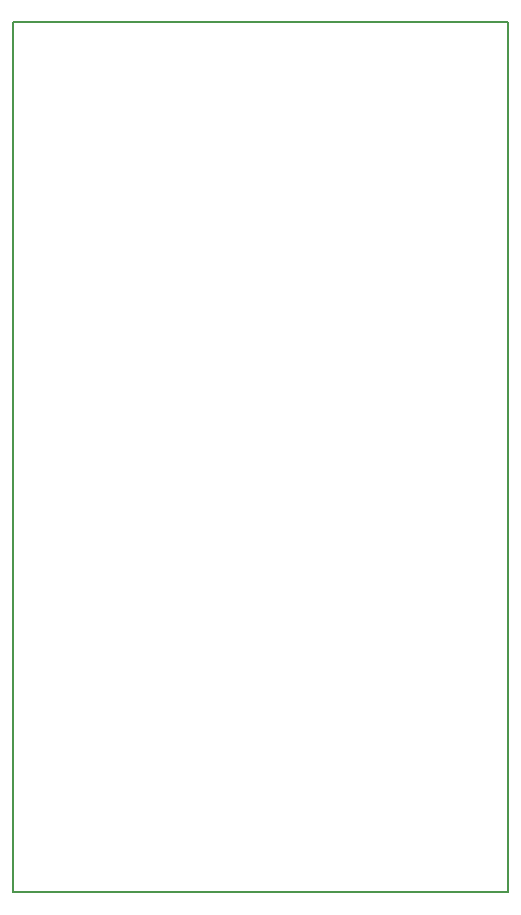
<source format=gbr>
%TF.GenerationSoftware,KiCad,Pcbnew,(5.1.9-0-10_14)*%
%TF.CreationDate,2021-09-26T12:14:21-07:00*%
%TF.ProjectId,rpi-arcade-hat,7270692d-6172-4636-9164-652d6861742e,rev?*%
%TF.SameCoordinates,Original*%
%TF.FileFunction,Profile,NP*%
%FSLAX46Y46*%
G04 Gerber Fmt 4.6, Leading zero omitted, Abs format (unit mm)*
G04 Created by KiCad (PCBNEW (5.1.9-0-10_14)) date 2021-09-26 12:14:21*
%MOMM*%
%LPD*%
G01*
G04 APERTURE LIST*
%TA.AperFunction,Profile*%
%ADD10C,0.150000*%
%TD*%
G04 APERTURE END LIST*
D10*
X124460000Y-132080000D02*
X166370000Y-132080000D01*
X166370000Y-58420000D02*
X166370000Y-132080000D01*
X124460000Y-132080000D02*
X124460000Y-58420000D01*
X124460000Y-58420000D02*
X166370000Y-58420000D01*
M02*

</source>
